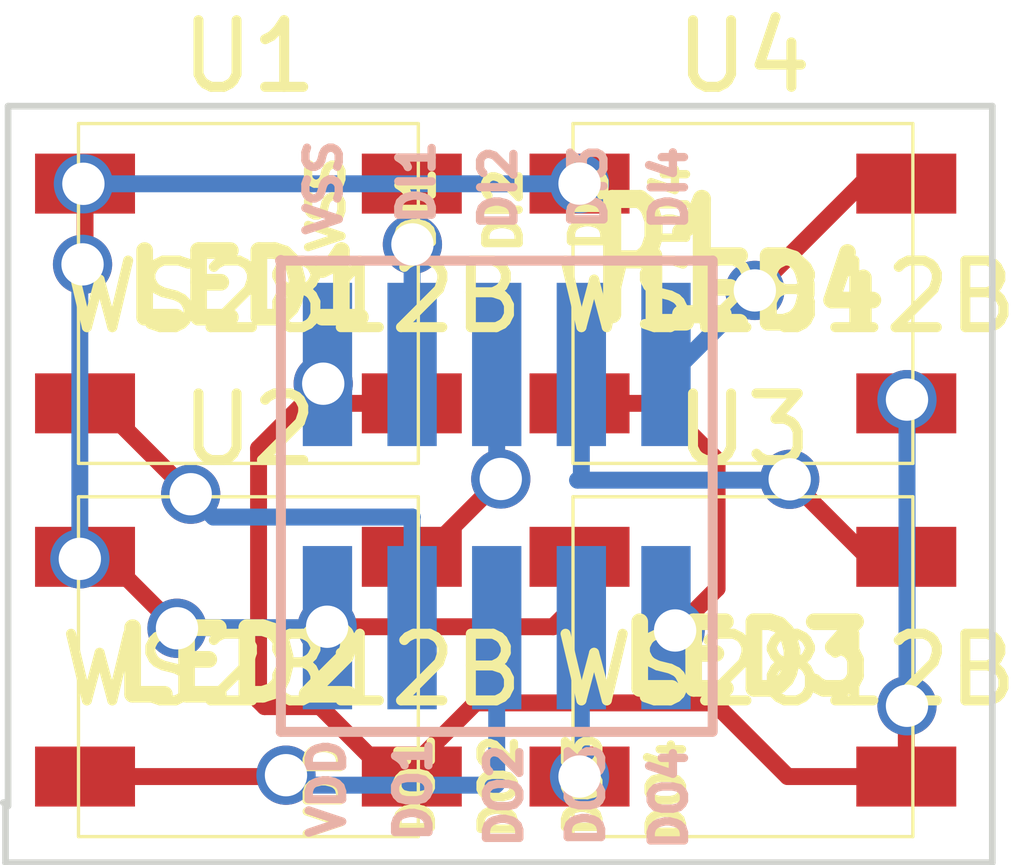
<source format=kicad_pcb>
(kicad_pcb (version 3) (host pcbnew "(2013-07-07 BZR 4022)-stable")

  (general
    (links 16)
    (no_connects 0)
    (area 196.418999 133.24998 212.400428 146.227001)
    (thickness 1.6)
    (drawings 20)
    (tracks 96)
    (zones 0)
    (modules 5)
    (nets 11)
  )

  (page A3)
  (layers
    (15 F.Cu signal)
    (0 B.Cu signal)
    (16 B.Adhes user)
    (17 F.Adhes user)
    (18 B.Paste user)
    (19 F.Paste user)
    (20 B.SilkS user)
    (21 F.SilkS user)
    (22 B.Mask user)
    (23 F.Mask user)
    (24 Dwgs.User user)
    (25 Cmts.User user)
    (26 Eco1.User user)
    (27 Eco2.User user)
    (28 Edge.Cuts user)
  )

  (setup
    (last_trace_width 0.254)
    (trace_clearance 0.254)
    (zone_clearance 0.508)
    (zone_45_only no)
    (trace_min 0.254)
    (segment_width 0.2)
    (edge_width 0.1)
    (via_size 0.889)
    (via_drill 0.635)
    (via_min_size 0.889)
    (via_min_drill 0.508)
    (uvia_size 0.508)
    (uvia_drill 0.127)
    (uvias_allowed no)
    (uvia_min_size 0.508)
    (uvia_min_drill 0.127)
    (pcb_text_width 0.3)
    (pcb_text_size 1.5 1.5)
    (mod_edge_width 0.15)
    (mod_text_size 1 1)
    (mod_text_width 0.15)
    (pad_size 0.74 2.45)
    (pad_drill 0)
    (pad_to_mask_clearance 0)
    (aux_axis_origin 0 0)
    (visible_elements 7FFFFFE9)
    (pcbplotparams
      (layerselection 3178497)
      (usegerberextensions true)
      (excludeedgelayer true)
      (linewidth 0.150000)
      (plotframeref false)
      (viasonmask false)
      (mode 1)
      (useauxorigin false)
      (hpglpennumber 1)
      (hpglpenspeed 20)
      (hpglpendiameter 15)
      (hpglpenoverlay 2)
      (psnegative false)
      (psa4output false)
      (plotreference true)
      (plotvalue true)
      (plotothertext true)
      (plotinvisibletext false)
      (padsonsilk false)
      (subtractmaskfromsilk false)
      (outputformat 1)
      (mirror false)
      (drillshape 1)
      (scaleselection 1)
      (outputdirectory ""))
  )

  (net 0 "")
  (net 1 N-000001)
  (net 2 N-0000010)
  (net 3 N-000002)
  (net 4 N-000003)
  (net 5 N-000004)
  (net 6 N-000005)
  (net 7 N-000006)
  (net 8 N-000007)
  (net 9 N-000008)
  (net 10 N-000009)

  (net_class Default "This is the default net class."
    (clearance 0.254)
    (trace_width 0.254)
    (via_dia 0.889)
    (via_drill 0.635)
    (uvia_dia 0.508)
    (uvia_drill 0.127)
    (add_net "")
    (add_net N-000001)
    (add_net N-0000010)
    (add_net N-000002)
    (add_net N-000003)
    (add_net N-000004)
    (add_net N-000005)
    (add_net N-000006)
    (add_net N-000007)
    (add_net N-000008)
    (add_net N-000009)
  )

  (module WS2812B (layer F.Cu) (tedit 5463DE68) (tstamp 5463DFE8)
    (at 200.1139 137.63498)
    (path /54604751)
    (fp_text reference U1 (at 0.0127 -3.556) (layer F.SilkS)
      (effects (font (size 1 1) (thickness 0.15)))
    )
    (fp_text value WS2812B (at 0.6477 0.0508) (layer F.SilkS)
      (effects (font (size 1 1) (thickness 0.15)))
    )
    (fp_line (start -2.55 -2.55) (end 2.55 -2.55) (layer F.SilkS) (width 0.05))
    (fp_line (start 2.55 -2.55) (end 2.55 2.55) (layer F.SilkS) (width 0.05))
    (fp_line (start 2.55 2.55) (end -2.55 2.55) (layer F.SilkS) (width 0.05))
    (fp_line (start -2.55 2.55) (end -2.55 -2.55) (layer F.SilkS) (width 0.05))
    (pad 1 smd rect (at -2.45184 -1.64878) (size 1.5 0.9)
      (layers F.Cu F.Paste F.Mask)
      (net 2 N-0000010)
    )
    (pad 2 smd rect (at -2.45184 1.64878) (size 1.5 0.9)
      (layers F.Cu F.Paste F.Mask)
      (net 10 N-000009)
    )
    (pad 3 smd rect (at 2.45184 1.64878) (size 1.5 0.9)
      (layers F.Cu F.Paste F.Mask)
      (net 7 N-000006)
    )
    (pad 4 smd rect (at 2.45184 -1.64878) (size 1.5 0.9)
      (layers F.Cu F.Paste F.Mask)
      (net 5 N-000004)
    )
  )

  (module WS2812B (layer F.Cu) (tedit 5463DE68) (tstamp 5463DFF4)
    (at 207.53484 137.63498)
    (path /54604760)
    (fp_text reference U4 (at 0.0127 -3.556) (layer F.SilkS)
      (effects (font (size 1 1) (thickness 0.15)))
    )
    (fp_text value WS2812B (at 0.6477 0.0508) (layer F.SilkS)
      (effects (font (size 1 1) (thickness 0.15)))
    )
    (fp_line (start -2.55 -2.55) (end 2.55 -2.55) (layer F.SilkS) (width 0.05))
    (fp_line (start 2.55 -2.55) (end 2.55 2.55) (layer F.SilkS) (width 0.05))
    (fp_line (start 2.55 2.55) (end -2.55 2.55) (layer F.SilkS) (width 0.05))
    (fp_line (start -2.55 2.55) (end -2.55 -2.55) (layer F.SilkS) (width 0.05))
    (pad 1 smd rect (at -2.45184 -1.64878) (size 1.5 0.9)
      (layers F.Cu F.Paste F.Mask)
      (net 2 N-0000010)
    )
    (pad 2 smd rect (at -2.45184 1.64878) (size 1.5 0.9)
      (layers F.Cu F.Paste F.Mask)
      (net 4 N-000003)
    )
    (pad 3 smd rect (at 2.45184 1.64878) (size 1.5 0.9)
      (layers F.Cu F.Paste F.Mask)
      (net 7 N-000006)
    )
    (pad 4 smd rect (at 2.45184 -1.64878) (size 1.5 0.9)
      (layers F.Cu F.Paste F.Mask)
      (net 9 N-000008)
    )
  )

  (module WS2812B (layer F.Cu) (tedit 5463DE68) (tstamp 5463E000)
    (at 200.1139 143.23568)
    (path /5460476F)
    (fp_text reference U2 (at 0.0127 -3.556) (layer F.SilkS)
      (effects (font (size 1 1) (thickness 0.15)))
    )
    (fp_text value WS2812B (at 0.6477 0.0508) (layer F.SilkS)
      (effects (font (size 1 1) (thickness 0.15)))
    )
    (fp_line (start -2.55 -2.55) (end 2.55 -2.55) (layer F.SilkS) (width 0.05))
    (fp_line (start 2.55 -2.55) (end 2.55 2.55) (layer F.SilkS) (width 0.05))
    (fp_line (start 2.55 2.55) (end -2.55 2.55) (layer F.SilkS) (width 0.05))
    (fp_line (start -2.55 2.55) (end -2.55 -2.55) (layer F.SilkS) (width 0.05))
    (pad 1 smd rect (at -2.45184 -1.64878) (size 1.5 0.9)
      (layers F.Cu F.Paste F.Mask)
      (net 2 N-0000010)
    )
    (pad 2 smd rect (at -2.45184 1.64878) (size 1.5 0.9)
      (layers F.Cu F.Paste F.Mask)
      (net 8 N-000007)
    )
    (pad 3 smd rect (at 2.45184 1.64878) (size 1.5 0.9)
      (layers F.Cu F.Paste F.Mask)
      (net 7 N-000006)
    )
    (pad 4 smd rect (at 2.45184 -1.64878) (size 1.5 0.9)
      (layers F.Cu F.Paste F.Mask)
      (net 3 N-000002)
    )
  )

  (module WS2812B (layer F.Cu) (tedit 5463DE68) (tstamp 5463E450)
    (at 207.53484 143.23568)
    (path /5460477E)
    (fp_text reference U3 (at 0.0127 -3.556) (layer F.SilkS)
      (effects (font (size 1 1) (thickness 0.15)))
    )
    (fp_text value WS2812B (at 0.6477 0.0508) (layer F.SilkS)
      (effects (font (size 1 1) (thickness 0.15)))
    )
    (fp_line (start -2.55 -2.55) (end 2.55 -2.55) (layer F.SilkS) (width 0.05))
    (fp_line (start 2.55 -2.55) (end 2.55 2.55) (layer F.SilkS) (width 0.05))
    (fp_line (start 2.55 2.55) (end -2.55 2.55) (layer F.SilkS) (width 0.05))
    (fp_line (start -2.55 2.55) (end -2.55 -2.55) (layer F.SilkS) (width 0.05))
    (pad 1 smd rect (at -2.45184 -1.64878) (size 1.5 0.9)
      (layers F.Cu F.Paste F.Mask)
      (net 2 N-0000010)
    )
    (pad 2 smd rect (at -2.45184 1.64878) (size 1.5 0.9)
      (layers F.Cu F.Paste F.Mask)
      (net 1 N-000001)
    )
    (pad 3 smd rect (at 2.45184 1.64878) (size 1.5 0.9)
      (layers F.Cu F.Paste F.Mask)
      (net 7 N-000006)
    )
    (pad 4 smd rect (at 2.45184 -1.64878) (size 1.5 0.9)
      (layers F.Cu F.Paste F.Mask)
      (net 6 N-000005)
    )
  )

  (module 10PSMTHdr (layer F.Cu) (tedit 5463DECA) (tstamp 5463E02A)
    (at 207.01 139.7)
    (descr "Connecteur 5 pins")
    (tags "CONN DEV")
    (path /54604A35)
    (fp_text reference P1 (at -0.635 -2.54) (layer F.SilkS)
      (effects (font (size 1.72974 1.08712) (thickness 0.27178)))
    )
    (fp_text value CONN_5X2 (at 0 -2.54) (layer F.SilkS) hide
      (effects (font (size 1.524 1.016) (thickness 0.254)))
    )
    (fp_text user DO4 (at -0.61468 5.38226 90) (layer F.SilkS)
      (effects (font (size 0.5 0.5) (thickness 0.125)))
    )
    (fp_text user DO3 (at -1.86944 5.3086 90) (layer F.SilkS)
      (effects (font (size 0.5 0.5) (thickness 0.125)))
    )
    (fp_text user DO2 (at -3.1369 5.33654 90) (layer F.SilkS)
      (effects (font (size 0.5 0.5) (thickness 0.125)))
    )
    (fp_text user DO1 (at -4.38404 5.31368 90) (layer F.SilkS)
      (effects (font (size 0.5 0.5) (thickness 0.125)))
    )
    (fp_text user DI1 (at -4.3688 -3.32232 90) (layer F.SilkS)
      (effects (font (size 0.5 0.5) (thickness 0.125)))
    )
    (fp_text user DI2 (at -3.06578 -3.30962 90) (layer F.SilkS)
      (effects (font (size 0.5 0.5) (thickness 0.125)))
    )
    (fp_text user DI3 (at -1.78054 -3.33756 90) (layer F.SilkS)
      (effects (font (size 0.5 0.5) (thickness 0.125)))
    )
    (fp_text user DI4 (at -0.55372 -3.3909 90) (layer F.SilkS)
      (effects (font (size 0.5 0.5) (thickness 0.125)))
    )
    (fp_text user VDD (at -5.74548 5.37464 90) (layer F.SilkS)
      (effects (font (size 0.5 0.5) (thickness 0.125)))
    )
    (fp_text user VSS (at -5.72516 -3.4036 90) (layer F.SilkS)
      (effects (font (size 0.5 0.5) (thickness 0.125)))
    )
    (fp_line (start -6.41096 4.51358) (end 0.06858 4.51358) (layer B.SilkS) (width 0.15))
    (fp_line (start 0.07112 -2.56032) (end 0.07112 4.51104) (layer B.SilkS) (width 0.15))
    (fp_line (start -6.40842 -2.56794) (end -6.40842 4.51358) (layer B.SilkS) (width 0.15))
    (fp_line (start -6.42112 -2.55778) (end -6.0833 -2.55778) (layer B.SilkS) (width 0.15))
    (fp_line (start -6.0833 -2.55778) (end -5.8801 -2.55778) (layer B.SilkS) (width 0.15))
    (fp_line (start -5.8801 -2.55778) (end 0.06858 -2.55778) (layer B.SilkS) (width 0.15))
    (pad 2 smd rect (at -5.70992 -1) (size 0.74 2.45)
      (layers B.Cu B.Paste B.Mask)
      (net 7 N-000006)
    )
    (pad 4 smd rect (at -4.43992 -1) (size 0.74 2.45)
      (layers B.Cu B.Paste B.Mask)
      (net 5 N-000004)
    )
    (pad 6 smd rect (at -3.16992 -1) (size 0.74 2.45)
      (layers B.Cu B.Paste B.Mask)
      (net 3 N-000002)
    )
    (pad 8 smd rect (at -1.89992 -1) (size 0.74 2.45)
      (layers B.Cu B.Paste B.Mask)
      (net 6 N-000005)
    )
    (pad 10 smd rect (at -0.62992 -1) (size 0.74 2.45)
      (layers B.Cu B.Paste B.Mask)
      (net 9 N-000008)
    )
    (pad 9 smd rect (at -0.62992 2.95) (size 0.74 2.45)
      (layers B.Cu B.Paste B.Mask)
      (net 4 N-000003)
    )
    (pad 7 smd rect (at -1.89992 2.95) (size 0.74 2.45)
      (layers B.Cu B.Paste B.Mask)
      (net 1 N-000001)
    )
    (pad 5 smd rect (at -3.16992 2.95) (size 0.74 2.45)
      (layers B.Cu B.Paste B.Mask)
      (net 8 N-000007)
    )
    (pad 3 smd rect (at -4.43992 2.95) (size 0.74 2.45)
      (layers B.Cu B.Paste B.Mask)
      (net 10 N-000009)
    )
    (pad 1 smd rect (at -5.70992 2.95) (size 0.74 2.45)
      (layers B.Cu B.Paste B.Mask)
      (net 2 N-0000010)
    )
  )

  (gr_text VSS (at 201.2442 136.0424 90) (layer B.SilkS)
    (effects (font (size 0.5 0.5) (thickness 0.125)))
  )
  (gr_text VDD (at 201.295 145.0594 90) (layer B.SilkS)
    (effects (font (size 0.5 0.5) (thickness 0.125)))
  )
  (gr_text DO4 (at 206.4258 145.2118 90) (layer B.SilkS)
    (effects (font (size 0.5 0.5) (thickness 0.125)))
  )
  (gr_text DO3 (at 205.1812 145.161 90) (layer B.SilkS)
    (effects (font (size 0.5 0.5) (thickness 0.125)))
  )
  (gr_text DO2 (at 203.95438 145.1737 90) (layer B.SilkS)
    (effects (font (size 0.5 0.5) (thickness 0.125)))
  )
  (gr_text "DO1\n" (at 202.5904 145.0848 90) (layer B.SilkS)
    (effects (font (size 0.5 0.5) (thickness 0.125)))
  )
  (gr_text DI4 (at 206.4258 136.05256 90) (layer B.SilkS)
    (effects (font (size 0.5 0.5) (thickness 0.125)))
  )
  (gr_text DI3 (at 205.21676 136.03478 90) (layer B.SilkS)
    (effects (font (size 0.5 0.5) (thickness 0.125)))
  )
  (gr_text DI2 (at 203.86548 136.05256 90) (layer B.SilkS)
    (effects (font (size 0.5 0.5) (thickness 0.125)))
  )
  (gr_text DI1 (at 202.63866 135.96366 90) (layer B.SilkS)
    (effects (font (size 0.5 0.5) (thickness 0.125)))
  )
  (gr_text LED4 (at 207.79486 137.6172) (layer F.SilkS)
    (effects (font (size 1 1) (thickness 0.25)))
  )
  (gr_text LED3 (at 207.5815 143.11122) (layer F.SilkS)
    (effects (font (size 1 1) (thickness 0.25)))
  )
  (gr_text LED2 (at 199.97166 143.20012) (layer F.SilkS)
    (effects (font (size 1 1) (thickness 0.25)))
  )
  (gr_text LED1 (at 200.152 137.541) (layer F.SilkS)
    (effects (font (size 1 1) (thickness 0.25)))
  )
  (gr_line (start 196.469 145.2753) (end 196.43598 145.2753) (angle 90) (layer Edge.Cuts) (width 0.1))
  (gr_line (start 196.469 146.177) (end 196.469 145.2753) (angle 90) (layer Edge.Cuts) (width 0.1))
  (gr_line (start 211.2772 146.177) (end 196.469 146.177) (angle 90) (layer Edge.Cuts) (width 0.1))
  (gr_line (start 211.2772 134.8232) (end 211.2772 146.177) (angle 90) (layer Edge.Cuts) (width 0.1))
  (gr_line (start 196.5071 134.8232) (end 211.2772 134.8232) (angle 90) (layer Edge.Cuts) (width 0.1))
  (gr_line (start 196.5071 145.3261) (end 196.5071 134.8232) (angle 90) (layer Edge.Cuts) (width 0.1))

  (via (at 205.083 144.88446) (size 0.889) (layers F.Cu B.Cu) (net 1) (status C00000))
  (segment (start 205.11008 142.65) (end 205.11008 144.85738) (width 0.254) (layer B.Cu) (net 1) (tstamp 5463EAAA) (status 400000))
  (segment (start 205.11008 144.85738) (end 205.083 144.88446) (width 0.254) (layer B.Cu) (net 1) (tstamp 5463EAA9) (status 800000))
  (segment (start 205.083 141.5869) (end 205.083 142.24168) (width 0.254) (layer F.Cu) (net 2) (status 400000))
  (segment (start 201.30008 142.64132) (end 201.30008 142.65) (width 0.254) (layer B.Cu) (net 2) (tstamp 5463EB2A) (status C00000))
  (segment (start 201.295 142.63624) (end 201.30008 142.64132) (width 0.254) (layer B.Cu) (net 2) (tstamp 5463EB29) (status 800000))
  (via (at 201.295 142.63624) (size 0.889) (layers F.Cu B.Cu) (net 2))
  (segment (start 204.68844 142.63624) (end 201.295 142.63624) (width 0.254) (layer F.Cu) (net 2) (tstamp 5463EB24))
  (segment (start 205.083 142.24168) (end 204.68844 142.63624) (width 0.254) (layer F.Cu) (net 2) (tstamp 5463EB22))
  (segment (start 197.66206 141.5869) (end 197.96982 141.5869) (width 0.254) (layer F.Cu) (net 2) (status C00000))
  (segment (start 199.05112 142.65) (end 201.30008 142.65) (width 0.254) (layer B.Cu) (net 2) (tstamp 5463EAD6) (status 800000))
  (segment (start 199.04202 142.6591) (end 199.05112 142.65) (width 0.254) (layer B.Cu) (net 2) (tstamp 5463EAD5))
  (via (at 199.04202 142.6591) (size 0.889) (layers F.Cu B.Cu) (net 2))
  (segment (start 197.96982 141.5869) (end 199.04202 142.6591) (width 0.254) (layer F.Cu) (net 2) (tstamp 5463EAD1) (status 400000))
  (segment (start 197.66206 135.9862) (end 197.66206 137.16074) (width 0.254) (layer F.Cu) (net 2) (status 400000))
  (segment (start 197.61486 141.5869) (end 197.66206 141.5869) (width 0.254) (layer F.Cu) (net 2) (tstamp 5463EA4B) (status C00000))
  (segment (start 197.58406 141.6177) (end 197.61486 141.5869) (width 0.254) (layer F.Cu) (net 2) (tstamp 5463EA4A) (status C00000))
  (via (at 197.58406 141.6177) (size 0.889) (layers F.Cu B.Cu) (net 2) (status 800000))
  (segment (start 197.58406 137.23874) (end 197.58406 141.6177) (width 0.254) (layer B.Cu) (net 2) (tstamp 5463EA47))
  (segment (start 197.6247 137.1981) (end 197.58406 137.23874) (width 0.254) (layer B.Cu) (net 2) (tstamp 5463EA46))
  (via (at 197.6247 137.1981) (size 0.889) (layers F.Cu B.Cu) (net 2))
  (segment (start 197.66206 137.16074) (end 197.6247 137.1981) (width 0.254) (layer F.Cu) (net 2) (tstamp 5463EA43))
  (via (at 205.083 135.9862) (size 0.889) (layers F.Cu B.Cu) (net 2) (status C00000))
  (segment (start 197.66206 135.9862) (end 197.64026 135.9862) (width 0.254) (layer F.Cu) (net 2) (tstamp 5463EA26) (status C00000))
  (segment (start 197.6374 135.98906) (end 197.64026 135.9862) (width 0.254) (layer F.Cu) (net 2) (tstamp 5463EA25) (status C00000))
  (via (at 197.6374 135.98906) (size 0.889) (layers F.Cu B.Cu) (net 2) (status 800000))
  (segment (start 205.08014 135.98906) (end 197.6374 135.98906) (width 0.254) (layer B.Cu) (net 2) (tstamp 5463EA20))
  (segment (start 205.08014 135.98906) (end 205.083 135.9862) (width 0.254) (layer B.Cu) (net 2) (tstamp 5463EA1F) (status 800000))
  (segment (start 202.56574 141.5869) (end 202.73296 141.5869) (width 0.254) (layer F.Cu) (net 3) (status C00000))
  (segment (start 203.84008 140.35786) (end 203.84008 138.7) (width 0.254) (layer B.Cu) (net 3) (tstamp 5463EB1F) (status 800000))
  (segment (start 203.90104 140.41882) (end 203.84008 140.35786) (width 0.254) (layer B.Cu) (net 3) (tstamp 5463EB1E))
  (via (at 203.90104 140.41882) (size 0.889) (layers F.Cu B.Cu) (net 3))
  (segment (start 202.73296 141.5869) (end 203.90104 140.41882) (width 0.254) (layer F.Cu) (net 3) (tstamp 5463EB1A) (status 400000))
  (segment (start 205.083 139.28376) (end 206.29658 139.28376) (width 0.254) (layer F.Cu) (net 4) (status 400000))
  (segment (start 206.47512 142.65) (end 206.38008 142.65) (width 0.254) (layer B.Cu) (net 4) (tstamp 5463EB39) (status C00000))
  (segment (start 206.51724 142.69212) (end 206.47512 142.65) (width 0.254) (layer B.Cu) (net 4) (tstamp 5463EB38) (status 800000))
  (via (at 206.51724 142.69212) (size 0.889) (layers F.Cu B.Cu) (net 4))
  (segment (start 207.14716 142.0622) (end 206.51724 142.69212) (width 0.254) (layer F.Cu) (net 4) (tstamp 5463EB34))
  (segment (start 207.14716 140.13434) (end 207.14716 142.0622) (width 0.254) (layer F.Cu) (net 4) (tstamp 5463EB32))
  (segment (start 206.29658 139.28376) (end 207.14716 140.13434) (width 0.254) (layer F.Cu) (net 4) (tstamp 5463EB2D))
  (segment (start 202.56574 135.9862) (end 202.56574 136.88896) (width 0.254) (layer F.Cu) (net 5) (status 400000))
  (segment (start 202.57008 136.90346) (end 202.57008 138.7) (width 0.254) (layer B.Cu) (net 5) (tstamp 5463EB09) (status 800000))
  (segment (start 202.57516 136.89838) (end 202.57008 136.90346) (width 0.254) (layer B.Cu) (net 5) (tstamp 5463EB08))
  (via (at 202.57516 136.89838) (size 0.889) (layers F.Cu B.Cu) (net 5))
  (segment (start 202.56574 136.88896) (end 202.57516 136.89838) (width 0.254) (layer F.Cu) (net 5) (tstamp 5463EB00))
  (segment (start 209.98668 141.5869) (end 209.39982 141.5869) (width 0.254) (layer F.Cu) (net 6) (status C00000))
  (segment (start 205.11008 140.38072) (end 205.11008 138.7) (width 0.254) (layer B.Cu) (net 6) (tstamp 5463EA75) (status 800000))
  (segment (start 205.0542 140.4366) (end 205.11008 140.38072) (width 0.254) (layer B.Cu) (net 6) (tstamp 5463EA74))
  (segment (start 208.22412 140.4366) (end 205.0542 140.4366) (width 0.254) (layer B.Cu) (net 6) (tstamp 5463EA73))
  (segment (start 208.23682 140.4239) (end 208.22412 140.4366) (width 0.254) (layer B.Cu) (net 6) (tstamp 5463EA72))
  (via (at 208.23682 140.4239) (size 0.889) (layers F.Cu B.Cu) (net 6))
  (segment (start 209.39982 141.5869) (end 208.23682 140.4239) (width 0.254) (layer F.Cu) (net 6) (tstamp 5463EA6A) (status 400000))
  (segment (start 202.56574 144.88446) (end 202.2402 144.88446) (width 0.254) (layer F.Cu) (net 7) (status C00000))
  (segment (start 200.2663 139.95908) (end 201.23658 138.9888) (width 0.254) (layer F.Cu) (net 7) (tstamp 5463EB5D))
  (segment (start 200.2663 143.74368) (end 200.2663 139.95908) (width 0.254) (layer F.Cu) (net 7) (tstamp 5463EB59))
  (segment (start 200.35774 143.83512) (end 200.2663 143.74368) (width 0.254) (layer F.Cu) (net 7) (tstamp 5463EB58))
  (segment (start 201.19086 143.83512) (end 200.35774 143.83512) (width 0.254) (layer F.Cu) (net 7) (tstamp 5463EB56))
  (segment (start 202.2402 144.88446) (end 201.19086 143.83512) (width 0.254) (layer F.Cu) (net 7) (tstamp 5463EB54) (status 400000))
  (segment (start 202.56574 139.28376) (end 201.53154 139.28376) (width 0.254) (layer F.Cu) (net 7) (status 400000))
  (segment (start 201.53154 139.28376) (end 201.23658 138.9888) (width 0.254) (layer F.Cu) (net 7) (tstamp 5463EB3C))
  (segment (start 201.30008 138.9253) (end 201.30008 138.7) (width 0.254) (layer B.Cu) (net 7) (tstamp 5463EB41) (status C00000))
  (via (at 201.23658 138.9888) (size 0.889) (layers F.Cu B.Cu) (net 7))
  (segment (start 201.23658 138.9888) (end 201.30008 138.9253) (width 0.254) (layer B.Cu) (net 7) (tstamp 5463EB40) (status 800000))
  (segment (start 202.56574 144.88446) (end 202.56574 144.73608) (width 0.254) (layer F.Cu) (net 7) (status C00000))
  (segment (start 208.20666 144.88446) (end 209.98668 144.88446) (width 0.254) (layer F.Cu) (net 7) (tstamp 5463EAB7) (status 800000))
  (segment (start 207.10144 143.77924) (end 208.20666 144.88446) (width 0.254) (layer F.Cu) (net 7) (tstamp 5463EAB3))
  (segment (start 203.52258 143.77924) (end 207.10144 143.77924) (width 0.254) (layer F.Cu) (net 7) (tstamp 5463EAAF))
  (segment (start 202.56574 144.73608) (end 203.52258 143.77924) (width 0.254) (layer F.Cu) (net 7) (tstamp 5463EAAD) (status 400000))
  (segment (start 209.98668 144.88446) (end 209.98668 143.83278) (width 0.254) (layer F.Cu) (net 7) (status 400000))
  (segment (start 209.98668 139.23792) (end 209.98668 139.28376) (width 0.254) (layer F.Cu) (net 7) (tstamp 5463EA5E) (status C00000))
  (segment (start 209.99704 139.22756) (end 209.98668 139.23792) (width 0.254) (layer F.Cu) (net 7) (tstamp 5463EA5D) (status C00000))
  (via (at 209.99704 139.22756) (size 0.889) (layers F.Cu B.Cu) (net 7) (status 800000))
  (segment (start 209.99704 143.82242) (end 209.99704 139.22756) (width 0.254) (layer B.Cu) (net 7) (tstamp 5463EA5A))
  (via (at 209.99704 143.82242) (size 0.889) (layers F.Cu B.Cu) (net 7))
  (segment (start 209.98668 143.83278) (end 209.99704 143.82242) (width 0.254) (layer F.Cu) (net 7) (tstamp 5463EA57))
  (segment (start 201.28738 139.16406) (end 201.30008 139.15136) (width 0.254) (layer B.Cu) (net 7) (tstamp 5463E2C5))
  (segment (start 201.30008 139.15136) (end 201.30008 138.7) (width 0.254) (layer B.Cu) (net 7) (tstamp 5463E2C6))
  (segment (start 197.66206 144.88446) (end 200.65714 144.88446) (width 0.254) (layer F.Cu) (net 8) (status 400000))
  (segment (start 203.84008 144.99336) (end 203.84008 142.65) (width 0.254) (layer B.Cu) (net 8) (tstamp 5463EACA) (status 800000))
  (segment (start 203.81976 145.01368) (end 203.84008 144.99336) (width 0.254) (layer B.Cu) (net 8) (tstamp 5463EAC8))
  (segment (start 200.82764 145.01368) (end 203.81976 145.01368) (width 0.254) (layer B.Cu) (net 8) (tstamp 5463EAC7))
  (segment (start 200.67778 144.86382) (end 200.82764 145.01368) (width 0.254) (layer B.Cu) (net 8) (tstamp 5463EAC6))
  (via (at 200.67778 144.86382) (size 0.889) (layers F.Cu B.Cu) (net 8))
  (segment (start 200.65714 144.88446) (end 200.67778 144.86382) (width 0.254) (layer F.Cu) (net 8) (tstamp 5463EABC))
  (segment (start 209.98668 135.9862) (end 209.31664 135.9862) (width 0.254) (layer F.Cu) (net 9) (status C00000))
  (segment (start 206.60284 138.7) (end 206.38008 138.7) (width 0.254) (layer B.Cu) (net 9) (tstamp 5463EA67) (status C00000))
  (segment (start 207.71358 137.58926) (end 206.60284 138.7) (width 0.254) (layer B.Cu) (net 9) (tstamp 5463EA66) (status 800000))
  (via (at 207.71358 137.58926) (size 0.889) (layers F.Cu B.Cu) (net 9))
  (segment (start 209.31664 135.9862) (end 207.71358 137.58926) (width 0.254) (layer F.Cu) (net 9) (tstamp 5463EA62) (status 400000))
  (segment (start 197.66206 139.28376) (end 197.8841 139.28376) (width 0.254) (layer F.Cu) (net 10) (status C00000))
  (segment (start 202.57008 140.99286) (end 202.57008 142.65) (width 0.254) (layer B.Cu) (net 10) (tstamp 5463EAFB) (status 800000))
  (segment (start 202.57262 140.99032) (end 202.57008 140.99286) (width 0.254) (layer B.Cu) (net 10) (tstamp 5463EAF8))
  (segment (start 199.59066 140.99032) (end 202.57262 140.99032) (width 0.254) (layer B.Cu) (net 10) (tstamp 5463EAF6))
  (segment (start 199.24776 140.64742) (end 199.59066 140.99032) (width 0.254) (layer B.Cu) (net 10) (tstamp 5463EAF5))
  (via (at 199.24776 140.64742) (size 0.889) (layers F.Cu B.Cu) (net 10))
  (segment (start 197.8841 139.28376) (end 199.24776 140.64742) (width 0.254) (layer F.Cu) (net 10) (tstamp 5463EAEF) (status 400000))

)

</source>
